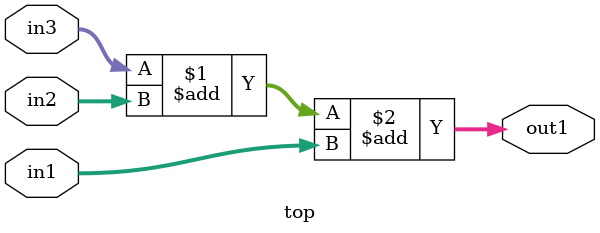
<source format=v>
module top(in1, in2, in3, out1);
  input [3:0] in1;
  input [3:0] in2;
  input [3:0] in3;
  output [3:0] out1;
  wire [3:0] in1;
  wire [3:0] in2;
  wire [3:0] in3;
  wire [3:0] out1;
  assign out1 = in3 + in2 + in1;
endmodule

</source>
